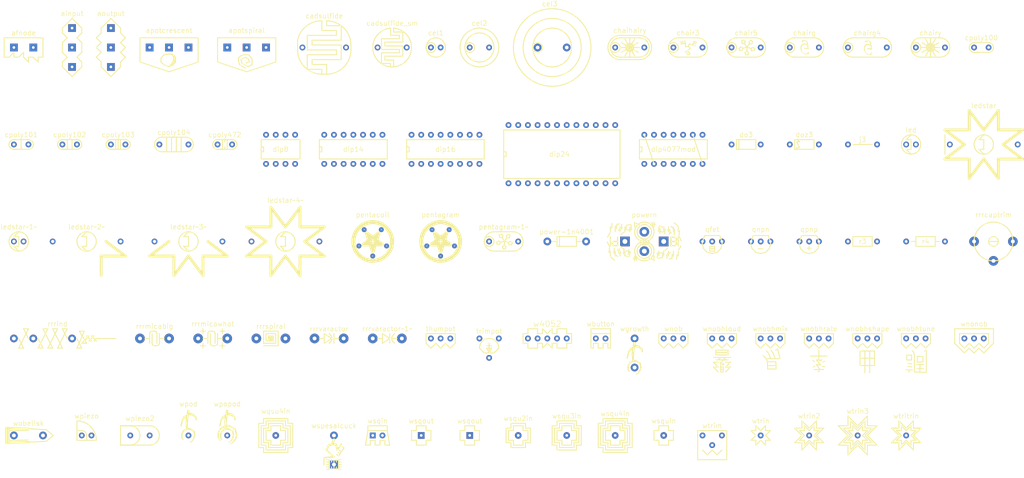
<source format=kicad_pcb>
(kicad_pcb (version 20240108) (generator "pcbnew") (generator_version "8.0")
  (layers (0 "F.Cu" signal) (31 "B.Cu" signal) (34 "B.Paste" user) (35 "F.Paste" user) (36 "B.SilkS" user "B.Silkscreen") (37 "F.SilkS" user "F.Silkscreen") (38 "B.Mask" user) (39 "F.Mask" user) (44 "Edge.Cuts" user))
  (net 0 "")
  (footprint "diy-nabra:wsqout" (layer "F.Cu") (at 137.16 127)
    (property "Reference" "REF**")
    (property "Value" "wsqout" (at 0 -3.81 0) (layer "F.SilkS") (effects (font (size 1.27 1.27))))
    (pad "1" thru_hole rect (at 0 0) (size 1.7526 1.7526) (drill 0.7112) (layers "*.Cu" "*.Mask"))
  )
  (footprint "diy-nabra:cpoly100" (layer "F.Cu") (at 269.24 25.4)
    (property "Reference" "REF**")
    (property "Value" "cpoly100" (at 1.905 -2.54 0) (layer "F.SilkS") (effects (font (size 1.27 1.27))))
    (pad "1" thru_hole circle (at 3.81 0) (size 1.524 1.524) (drill 0.7112) (layers "*.Cu" "*.Mask"))
    (pad "2" thru_hole circle (at 0 0) (size 1.524 1.524) (drill 0.7112) (layers "*.Cu" "*.Mask"))
  )
  (footprint "diy-nabra:cel1" (layer "F.Cu") (at 127 25.4)
    (property "Reference" "REF**")
    (property "Value" "cel1" (at 1.27 -3.81 0) (layer "F.SilkS") (effects (font (size 1.27 1.27))))
    (pad "1" thru_hole circle (at 2.54 0) (size 1.524 1.524) (drill 0.7112) (layers "*.Cu" "*.Mask"))
    (pad "2" thru_hole circle (at 0 0) (size 1.524 1.524) (drill 0.7112) (layers "*.Cu" "*.Mask"))
  )
  (footprint "diy-nabra:wsqu3in" (layer "F.Cu") (at 162.56 127)
    (property "Reference" "REF**")
    (property "Value" "wsqu3in" (at 0 -5.08 0) (layer "F.SilkS") (effects (font (size 1.27 1.27))))
    (pad "1" thru_hole circle (at 0 0) (size 1.7526 1.7526) (drill 0.7112) (layers "*.Cu" "*.Mask"))
  )
  (footprint "diy-nabra:dip14" (layer "F.Cu") (at 99.06 48.26)
    (property "Reference" "REF**")
    (property "Value" "dip14" (at 7.62 3.81 0) (layer "F.SilkS") (effects (font (size 1.27 1.27))))
    (pad "1" thru_hole circle (at 0 7.62) (size 1.524 1.524) (drill 0.7112) (layers "*.Cu" "*.Mask"))
    (pad "2" thru_hole circle (at 2.54 7.62) (size 1.524 1.524) (drill 0.7112) (layers "*.Cu" "*.Mask"))
    (pad "3" thru_hole circle (at 5.08 7.62) (size 1.524 1.524) (drill 0.7112) (layers "*.Cu" "*.Mask"))
    (pad "4" thru_hole circle (at 7.62 7.62) (size 1.524 1.524) (drill 0.7112) (layers "*.Cu" "*.Mask"))
    (pad "5" thru_hole circle (at 10.16 7.62) (size 1.524 1.524) (drill 0.7112) (layers "*.Cu" "*.Mask"))
    (pad "6" thru_hole circle (at 12.7 7.62) (size 1.524 1.524) (drill 0.7112) (layers "*.Cu" "*.Mask"))
    (pad "7" thru_hole circle (at 15.24 7.62) (size 1.524 1.524) (drill 0.7112) (layers "*.Cu" "*.Mask"))
    (pad "8" thru_hole circle (at 15.24 0) (size 1.524 1.524) (drill 0.7112) (layers "*.Cu" "*.Mask"))
    (pad "9" thru_hole circle (at 12.7 0) (size 1.524 1.524) (drill 0.7112) (layers "*.Cu" "*.Mask"))
    (pad "10" thru_hole circle (at 10.16 0) (size 1.524 1.524) (drill 0.7112) (layers "*.Cu" "*.Mask"))
    (pad "11" thru_hole circle (at 7.62 0) (size 1.524 1.524) (drill 0.7112) (layers "*.Cu" "*.Mask"))
    (pad "12" thru_hole circle (at 5.08 0) (size 1.524 1.524) (drill 0.7112) (layers "*.Cu" "*.Mask"))
    (pad "13" thru_hole circle (at 2.54 0) (size 1.524 1.524) (drill 0.7112) (layers "*.Cu" "*.Mask"))
    (pad "14" thru_hole circle (at 0 0) (size 1.524 1.524) (drill 0.7112) (layers "*.Cu" "*.Mask"))
  )
  (footprint "diy-nabra:wsquin" (layer "F.Cu") (at 187.96 127)
    (property "Reference" "REF**")
    (property "Value" "wsquin" (at 0 -3.81 0) (layer "F.SilkS") (effects (font (size 1.27 1.27))))
    (pad "1" thru_hole circle (at 0 0) (size 1.7526 1.7526) (drill 0.7112) (layers "*.Cu" "*.Mask"))
  )
  (footprint "diy-nabra:rrrspiral" (layer "F.Cu") (at 81.28 101.6)
    (property "Reference" "REF**")
    (property "Value" "rrrspiral" (at 3.81 -3.175 0) (layer "F.SilkS") (effects (font (size 1.27 1.27))))
    (pad "1" thru_hole oval (at 7.62 0) (size 2.54 2.54) (drill 1.016) (layers "*.Cu" "*.Mask"))
    (pad "2" thru_hole oval (at 0 0) (size 2.54 2.54) (drill 1.016) (layers "*.Cu" "*.Mask"))
  )
  (footprint "diy-nabra:cadsulfide_sm" (layer "F.Cu") (at 116.84 25.4)
    (property "Reference" "REF**")
    (property "Value" "cadsulfide_sm" (at 0 -6.35 0) (layer "F.SilkS") (effects (font (size 1.27 1.27))))
    (pad "1" thru_hole circle (at 3.81 0) (size 1.524 1.524) (drill 0.8128) (layers "*.Cu" "*.Mask"))
    (pad "2" thru_hole circle (at -3.81 0) (size 1.524 1.524) (drill 0.8128) (layers "*.Cu" "*.Mask"))
  )
  (footprint "diy-nabra:pentagram~1~" (layer "F.Cu") (at 142.24 76.2)
    (property "Reference" "REF**")
    (property "Value" "pentagram~1~" (at 3.81 -3.81 0) (layer "F.SilkS") (effects (font (size 1.27 1.27))))
    (pad "1" thru_hole circle (at 7.62 0) (size 1.524 1.524) (drill 0.7112) (layers "*.Cu" "*.Mask"))
    (pad "2" thru_hole circle (at 0 0) (size 1.524 1.524) (drill 0.7112) (layers "*.Cu" "*.Mask"))
  )
  (footprint "diy-nabra:cel2" (layer "F.Cu") (at 137.16 25.4)
    (property "Reference" "REF**")
    (property "Value" "cel2" (at 2.54 -6.35 0) (layer "F.SilkS") (effects (font (size 1.27 1.27))))
    (pad "1" thru_hole circle (at 5.08 0) (size 1.524 1.524) (drill 0.7112) (layers "*.Cu" "*.Mask"))
    (pad "2" thru_hole circle (at 0 0) (size 1.524 1.524) (drill 0.7112) (layers "*.Cu" "*.Mask"))
  )
  (footprint "diy-nabra:ledstar~1~" (layer "F.Cu") (at 17.78 76.2)
    (property "Reference" "REF**")
    (property "Value" "ledstar~1~" (at 1.27 -3.81 0) (layer "F.SilkS") (effects (font (size 1.27 1.27))))
    (pad "1" thru_hole circle (at 2.54 0) (size 1.524 1.524) (drill 0.8128) (layers "*.Cu" "*.Mask"))
    (pad "2" thru_hole circle (at 0 0) (size 1.524 1.524) (drill 0.8128) (layers "*.Cu" "*.Mask"))
  )
  (footprint "diy-nabra:wspesalcuck" (layer "F.Cu") (at 101.6 127)
    (property "Reference" "REF**")
    (property "Value" "wspesalcuck" (at 0 -2.54 0) (layer "F.SilkS") (effects (font (size 1.27 1.27))))
    (pad "1" thru_hole circle (at 0 0) (size 2.032 2.032) (drill 1.016) (layers "*.Cu" "*.Mask"))
    (pad "2" thru_hole rect (at 0 7.62) (size 2.032 2.032) (drill 1.016) (layers "*.Cu" "*.Mask"))
  )
  (footprint "diy-nabra:wsqu2in" (layer "F.Cu") (at 149.86 127)
    (property "Reference" "REF**")
    (property "Value" "wsqu2in" (at 0 -4.445 0) (layer "F.SilkS") (effects (font (size 1.27 1.27))))
    (pad "1" thru_hole circle (at 0 0) (size 1.7526 1.7526) (drill 0.7112) (layers "*.Cu" "*.Mask"))
  )
  (footprint "diy-nabra:rrrmicawhat" (layer "F.Cu") (at 66.04 101.6)
    (property "Reference" "REF**")
    (property "Value" "rrrmicawhat" (at 3.81 -3.81 0) (layer "F.SilkS") (effects (font (size 1.27 1.27))))
    (pad "1" thru_hole oval (at 7.62 0) (size 2.54 2.54) (drill 1.016) (layers "*.Cu" "*.Mask"))
    (pad "2" thru_hole oval (at 0 0) (size 2.54 2.54) (drill 1.016) (layers "*.Cu" "*.Mask"))
  )
  (footprint "diy-nabra:wpiezo" (layer "F.Cu") (at 35.56 127)
    (property "Reference" "REF**")
    (property "Value" "wpiezo" (at 1.27 -5.08 0) (layer "F.SilkS") (effects (font (size 1.27 1.27))))
    (pad "1" thru_hole circle (at 2.54 0) (size 1.524 1.524) (drill 0.7112) (layers "*.Cu" "*.Mask"))
    (pad "2" thru_hole circle (at 0 0) (size 1.524 1.524) (drill 0.7112) (layers "*.Cu" "*.Mask"))
  )
  (footprint "diy-nabra:apotcrescent" (layer "F.Cu") (at 58.42 29.21)
    (property "Reference" "REF**")
    (property "Value" "apotcrescent" (at 0 -8.255 0) (layer "F.SilkS") (effects (font (size 1.27 1.27))))
    (pad "1" thru_hole rect (at 5.08 -3.81) (size 2.032 2.032) (drill 0.7112) (layers "*.Cu" "*.Mask"))
    (pad "2" thru_hole rect (at 0 -3.81) (size 2.032 2.032) (drill 0.7112) (layers "*.Cu" "*.Mask"))
    (pad "3" thru_hole rect (at -5.08 -3.81) (size 2.032 2.032) (drill 0.7112) (layers "*.Cu" "*.Mask"))
  )
  (footprint "diy-nabra:ledstar~3~" (layer "F.Cu") (at 63.5 76.2)
    (property "Reference" "REF**")
    (property "Value" "ledstar~3~" (at 0 -3.81 0) (layer "F.SilkS") (effects (font (size 1.27 1.27))))
    (pad "1" thru_hole circle (at 8.89 0) (size 1.524 1.524) (drill 0.8128) (layers "*.Cu" "*.Mask"))
    (pad "2" thru_hole circle (at -8.89 0) (size 1.524 1.524) (drill 0.8128) (layers "*.Cu" "*.Mask"))
  )
  (footprint "diy-nabra:rrrvaractor" (layer "F.Cu") (at 96.52 101.6)
    (property "Reference" "REF**")
    (property "Value" "rrrvaractor" (at 3.81 -2.54 0) (layer "F.SilkS") (effects (font (size 1.27 1.27))))
    (pad "1" thru_hole oval (at 0 0) (size 2.54 2.54) (drill 1.016) (layers "*.Cu" "*.Mask"))
    (pad "2" thru_hole oval (at 7.62 0) (size 2.54 2.54) (drill 1.016) (layers "*.Cu" "*.Mask"))
  )
  (footprint "diy-nabra:wtrin" (layer "F.Cu") (at 213.36 127)
    (property "Reference" "REF**")
    (property "Value" "wtrin" (at 0 -3.81 0) (layer "F.SilkS") (effects (font (size 1.27 1.27))))
    (pad "1" thru_hole circle (at 0 0) (size 1.524 1.524) (drill 0.7112) (layers "*.Cu" "*.Mask"))
  )
  (footprint "diy-nabra:ledstar~4~" (layer "F.Cu") (at 88.9 76.2)
    (property "Reference" "REF**")
    (property "Value" "ledstar~4~" (at 0 -10.795 0) (layer "F.SilkS") (effects (font (size 1.27 1.27))))
    (pad "1" thru_hole circle (at 8.89 0) (size 1.524 1.524) (drill 0.8128) (layers "*.Cu" "*.Mask"))
    (pad "2" thru_hole circle (at -8.89 0) (size 1.524 1.524) (drill 0.8128) (layers "*.Cu" "*.Mask"))
  )
  (footprint "diy-nabra:wsqin" (layer "F.Cu") (at 111.76 127)
    (property "Reference" "REF**")
    (property "Value" "wsqin" (at 1.27 -3.81 0) (layer "F.SilkS") (effects (font (size 1.27 1.27))))
    (pad "1" thru_hole circle (at 2.54 0) (size 1.524 1.524) (drill 0.7112) (layers "*.Cu" "*.Mask"))
    (pad "2" thru_hole rect (at 0 0) (size 1.524 1.524) (drill 0.7112) (layers "*.Cu" "*.Mask"))
  )
  (footprint "diy-nabra:wpiezo2" (layer "F.Cu") (at 48.26 127)
    (property "Reference" "REF**")
    (property "Value" "wpiezo2" (at 2.54 -4.445 0) (layer "F.SilkS") (effects (font (size 1.27 1.27))))
    (pad "1" thru_hole circle (at 5.08 0) (size 1.524 1.524) (drill 0.7112) (layers "*.Cu" "*.Mask"))
    (pad "2" thru_hole circle (at 0 0) (size 1.524 1.524) (drill 0.7112) (layers "*.Cu" "*.Mask"))
  )
  (footprint "diy-nabra:qnpn" (layer "F.Cu") (at 213.36 76.2)
    (property "Reference" "REF**")
    (property "Value" "qnpn" (at 0 -3.175 0) (layer "F.SilkS") (effects (font (size 1.27 1.27))))
    (pad "1" thru_hole circle (at 2.54 0) (size 1.524 1.524) (drill 0.7112) (layers "*.Cu" "*.Mask"))
    (pad "2" thru_hole circle (at 0 0) (size 1.524 1.524) (drill 0.7112) (layers "*.Cu" "*.Mask"))
    (pad "3" thru_hole circle (at -2.54 0) (size 1.524 1.524) (drill 0.7112) (layers "*.Cu" "*.Mask"))
  )
  (footprint "diy-nabra:wpod" (layer "F.Cu") (at 63.5 127)
    (property "Reference" "REF**")
    (property "Value" "wpod" (at 0 -8.255 0) (layer "F.SilkS") (effects (font (size 1.27 1.27))))
    (pad "1" thru_hole circle (at 0 0) (size 1.524 1.524) (drill 0.7112) (layers "*.Cu" "*.Mask"))
  )
  (footprint "diy-nabra:cpoly102" (layer "F.Cu") (at 30.48 50.8)
    (property "Reference" "REF**")
    (property "Value" "cpoly102" (at 1.905 -2.54 0) (layer "F.SilkS") (effects (font (size 1.27 1.27))))
    (pad "1" thru_hole circle (at 3.81 0) (size 1.524 1.524) (drill 0.7112) (layers "*.Cu" "*.Mask"))
    (pad "2" thru_hole circle (at 0 0) (size 1.524 1.524) (drill 0.7112) (layers "*.Cu" "*.Mask"))
  )
  (footprint "diy-nabra:cpoly103" (layer "F.Cu") (at 43.18 50.8)
    (property "Reference" "REF**")
    (property "Value" "cpoly103" (at 1.905 -2.54 0) (layer "F.SilkS") (effects (font (size 1.27 1.27))))
    (pad "1" thru_hole circle (at 3.81 0) (size 1.524 1.524) (drill 0.7112) (layers "*.Cu" "*.Mask"))
    (pad "2" thru_hole circle (at 0 0) (size 1.524 1.524) (drill 0.7112) (layers "*.Cu" "*.Mask"))
  )
  (footprint "diy-nabra:thumpot" (layer "F.Cu") (at 127 101.6)
    (property "Reference" "REF**")
    (property "Value" "thumpot" (at 2.54 -2.54 0) (layer "F.SilkS") (effects (font (size 1.27 1.27))))
    (pad "1" thru_hole circle (at 0 0) (size 1.524 1.524) (drill 0.7112) (layers "*.Cu" "*.Mask"))
    (pad "2" thru_hole circle (at 2.54 0) (size 1.524 1.524) (drill 0.7112) (layers "*.Cu" "*.Mask"))
    (pad "3" thru_hole circle (at 5.08 0) (size 1.524 1.524) (drill 0.7112) (layers "*.Cu" "*.Mask"))
  )
  (footprint "diy-nabra:wnobhtune" (layer "F.Cu") (at 251.46 101.6)
    (property "Reference" "REF**")
    (property "Value" "wnobhtune" (at 2.54 -2.54 0) (layer "F.SilkS") (effects (font (size 1.27 1.27))))
    (pad "1" thru_hole circle (at 5.08 0) (size 1.524 1.524) (drill 0.7112) (layers "*.Cu" "*.Mask"))
    (pad "2" thru_hole circle (at 2.54 0) (size 1.524 1.524) (drill 0.7112) (layers "*.Cu" "*.Mask"))
    (pad "3" thru_hole circle (at 0 0) (size 1.524 1.524) (drill 0.7112) (layers "*.Cu" "*.Mask"))
  )
  (footprint "diy-nabra:cel3" (layer "F.Cu") (at 154.94 25.4)
    (property "Reference" "REF**")
    (property "Value" "cel3" (at 3.175 -11.43 0) (layer "F.SilkS") (effects (font (size 1.27 1.27))))
    (pad "1" thru_hole circle (at 7.62 0) (size 2.032 2.032) (drill 0.9652) (layers "*.Cu" "*.Mask"))
    (pad "2" thru_hole circle (at 0 0) (size 2.032 2.032) (drill 0.9652) (layers "*.Cu" "*.Mask"))
  )
  (footprint "diy-nabra:chaihairy" (layer "F.Cu") (at 175.26 25.4)
    (property "Reference" "REF**")
    (property "Value" "chaihairy" (at 3.81 -4.445 0) (layer "F.SilkS") (effects (font (size 1.27 1.27))))
    (pad "1" thru_hole circle (at 7.62 0) (size 1.524 1.524) (drill 0.7112) (layers "*.Cu" "*.Mask"))
    (pad "2" thru_hole circle (at 0 0) (size 1.524 1.524) (drill 0.7112) (layers "*.Cu" "*.Mask"))
  )
  (footprint "diy-nabra:qfet" (layer "F.Cu") (at 200.66 76.2)
    (property "Reference" "REF**")
    (property "Value" "qfet" (at 0 -3.175 0) (layer "F.SilkS") (effects (font (size 1.27 1.27))))
    (pad "1" thru_hole circle (at 2.54 0) (size 1.524 1.524) (drill 0.7112) (layers "*.Cu" "*.Mask"))
    (pad "2" thru_hole circle (at 0 0) (size 1.524 1.524) (drill 0.7112) (layers "*.Cu" "*.Mask"))
    (pad "3" thru_hole circle (at -2.54 0) (size 1.524 1.524) (drill 0.7112) (layers "*.Cu" "*.Mask"))
  )
  (footprint "diy-nabra:chairg4" (layer "F.Cu") (at 236.22 25.4)
    (property "Reference" "REF**")
    (property "Value" "chairg4" (at 5.08 -3.81 0) (layer "F.SilkS") (effects (font (size 1.27 1.27))))
    (pad "1" thru_hole circle (at 10.16 0) (size 1.524 1.524) (drill 0.7112) (layers "*.Cu" "*.Mask"))
    (pad "2" thru_hole circle (at 0 0) (size 1.524 1.524) (drill 0.7112) (layers "*.Cu" "*.Mask"))
  )
  (footprint "diy-nabra:ainput" (layer "F.Cu") (at 33.02 27.94)
    (property "Reference" "REF**")
    (property "Value" "ainput" (at 0 -11.43 0) (layer "F.SilkS") (effects (font (size 1.27 1.27))))
    (pad "1" thru_hole rect (at 0 -7.62) (size 2.032 2.032) (drill 0.7112) (layers "*.Cu" "*.Mask"))
    (pad "2" thru_hole rect (at 0 2.54) (size 2.032 2.032) (drill 0.7112) (layers "*.Cu" "*.Mask"))
    (pad "3" thru_hole rect (at 0 -2.54) (size 2.032 2.032) (drill 0.7112) (layers "*.Cu" "*.Mask"))
  )
  (footprint "diy-nabra:ledstar" (layer "F.Cu") (at 271.78 50.8)
    (property "Reference" "REF**")
    (property "Value" "ledstar" (at 0 -10.16 0) (layer "F.SilkS") (effects (font (size 1.27 1.27))))
    (pad "1" thru_hole circle (at 8.89 0) (size 1.524 1.524) (drill 0.8128) (layers "*.Cu" "*.Mask"))
    (pad "2" thru_hole circle (at -8.89 0) (size 1.524 1.524) (drill 0.8128) (layers "*.Cu" "*.Mask"))
  )
  (footprint "diy-nabra:wtrin3" (layer "F.Cu") (at 238.76 127)
    (property "Reference" "REF**")
    (property "Value" "wtrin3" (at 0 -6.35 0) (layer "F.SilkS") (effects (font (size 1.27 1.27))))
    (pad "1" thru_hole circle (at 0 0) (size 1.524 1.524) (drill 0.7112) (layers "*.Cu" "*.Mask"))
  )
  (footprint "diy-nabra:apotspiral" (layer "F.Cu") (at 78.74 29.21)
    (property "Reference" "REF**")
    (property "Value" "apotspiral" (at 0 -8.255 0) (layer "F.SilkS") (effects (font (size 1.27 1.27))))
    (pad "1" thru_hole rect (at 5.08 -3.81) (size 2.032 2.032) (drill 0.7112) (layers "*.Cu" "*.Mask"))
    (pad "2" thru_hole rect (at 0 -3.81) (size 2.032 2.032) (drill 0.7112) (layers "*.Cu" "*.Mask"))
    (pad "3" thru_hole rect (at -5.08 -3.81) (size 2.032 2.032) (drill 0.7112) (layers "*.Cu" "*.Mask"))
  )
  (footprint "diy-nabra:dip8" (layer "F.Cu") (at 83.82 48.26)
    (property "Reference" "REF**")
    (property "Value" "dip8" (at 3.81 3.81 0) (layer "F.SilkS") (effects (font (size 1.27 1.27))))
    (pad "1" thru_hole circle (at 0 7.62) (size 1.524 1.524) (drill 0.7112) (layers "*.Cu" "*.Mask"))
    (pad "2" thru_hole circle (at 2.54 7.62) (size 1.524 1.524) (drill 0.7112) (layers "*.Cu" "*.Mask"))
    (pad "3" thru_hole circle (at 5.08 7.62) (size 1.524 1.524) (drill 0.7112) (layers "*.Cu" "*.Mask"))
    (pad "4" thru_hole circle (at 7.62 7.62) (size 1.524 1.524) (drill 0.7112) (layers "*.Cu" "*.Mask"))
    (pad "5" thru_hole circle (at 7.62 0) (size 1.524 1.524) (drill 0.7112) (layers "*.Cu" "*.Mask"))
    (pad "6" thru_hole circle (at 5.08 0) (size 1.524 1.524) (drill 0.7112) (layers "*.Cu" "*.Mask"))
    (pad "7" thru_hole circle (at 2.54 0) (size 1.524 1.524) (drill 0.7112) (layers "*.Cu" "*.Mask"))
    (pad "8" thru_hole circle (at 0 0) (size 1.524 1.524) (drill 0.7112) (layers "*.Cu" "*.Mask"))
  )
  (footprint "diy-nabra:aoutput" (layer "F.Cu") (at 43.18 27.94)
    (property "Reference" "REF**")
    (property "Value" "aoutput" (at 0 -11.43 0) (layer "F.SilkS") (effects (font (size 1.27 1.27))))
    (pad "1" thru_hole rect (at 0 -7.62) (size 2.032 2.032) (drill 0.7112) (layers "*.Cu" "*.Mask"))
    (pad "2" thru_hole rect (at 0 2.54) (size 2.032 2.032) (drill 0.7112) (layers "*.Cu" "*.Mask"))
    (pad "3" thru_hole rect (at 0 -2.54) (size 2.032 2.032) (drill 0.7112) (layers "*.Cu" "*.Mask"))
  )
  (footprint "diy-nabra:power-1n4001" (layer "F.Cu") (at 157.48 76.2)
    (property "Reference" "REF**")
    (property "Value" "power-1n4001" (at 5.08 -2.54 0) (layer "F.SilkS") (effects (font (size 1.27 1.27))))
    (pad "1" thru_hole circle (at 0 0) (size 2.032 2.032) (drill 0.9652) (layers "*.Cu" "*.Mask"))
    (pad "2" thru_hole circle (at 10.16 0) (size 2.032 2.032) (drill 0.9652) (layers "*.Cu" "*.Mask"))
  )
  (footprint "diy-nabra:wqsu4in" (layer "F.Cu") (at 86.36 127)
    (property "Reference" "REF**")
    (property "Value" "wqsu4in" (at 0 -6.35 0) (layer "F.SilkS") (effects (font (size 1.27 1.27))))
    (pad "1" thru_hole circle (at 0 0) (size 1.7526 1.7526) (drill 0.7112) (layers "*.Cu" "*.Mask"))
  )
  (footprint "diy-nabra:wtritrin" (layer "F.Cu") (at 251.46 127)
    (property "Reference" "REF**")
    (property "Value" "wtritrin" (at 0 -5.08 0) (layer "F.SilkS") (effects (font (size 1.27 1.27))))
    (pad "1" thru_hole circle (at 0 0) (size 1.524 1.524) (drill 0.7112) (layers "*.Cu" "*.Mask"))
  )
  (footprint "diy-nabra:wnobhrate" (layer "F.Cu") (at 226.06 101.6)
    (property "Reference" "REF**")
    (property "Value" "wnobhrate" (at 2.54 -2.54 0) (layer "F.SilkS") (effects (font (size 1.27 1.27))))
    (pad "1" thru_hole circle (at 5.08 0) (size 1.524 1.524) (drill 0.7112) (layers "*.Cu" "*.Mask"))
    (pad "2" thru_hole circle (at 2.54 0) (size 1.524 1.524) (drill 0.7112) (layers "*.Cu" "*.Mask"))
    (pad "3" thru_hole circle (at 0 0) (size 1.524 1.524) (drill 0.7112) (layers "*.Cu" "*.Mask"))
  )
  (footprint "diy-nabra:dip24" (layer "F.Cu") (at 147.32 45.72)
    (property "Reference" "REF**")
    (property "Value" "dip24" (at 13.335 7.62 0) (layer "F.SilkS") (effects (font (size 1.27 1.27))))
    (pad "1" thru_hole circle (at 0 15.24) (size 1.524 1.524) (drill 0.7112) (layers "*.Cu" "*.Mask"))
    (pad "2" thru_hole circle (at 2.54 15.24) (size 1.524 1.524) (drill 0.7112) (layers "*.Cu" "*.Mask"))
    (pad "3" thru_hole circle (at 5.08 15.24) (size 1.524 1.524) (drill 0.7112) (layers "*.Cu" "*.Mask"))
    (pad "4" thru_hole circle (at 7.62 15.24) (size 1.524 1.524) (drill 0.7112) (layers "*.Cu" "*.Mask"))
    (pad "5" thru_hole circle (at 10.16 15.24) (size 1.524 1.524) (drill 0.7112) (layers "*.Cu" "*.Mask"))
    (pad "6" thru_hole circle (at 12.7 15.24) (size 1.524 1.524) (drill 0.7112) (layers "*.Cu" "*.Mask"))
    (pad "7" thru_hole circle (at 15.24 15.24) (size 1.524 1.524) (drill 0.7112) (layers "*.Cu" "*.Mask"))
    (pad "8" thru_hole circle (at 17.78 15.24) (size 1.524 1.524) (drill 0.7112) (layers "*.Cu" "*.Mask"))
    (pad "9" thru_hole circle (at 20.32 15.24) (size 1.524 1.524) (drill 0.7112) (layers "*.Cu" "*.Mask"))
    (pad "10" thru_hole circle (at 22.86 15.24) (size 1.524 1.524) (drill 0.7112) (layers "*.Cu" "*.Mask"))
    (pad "11" thru_hole circle (at 25.4 15.24) (size 1.524 1.524) (drill 0.7112) (layers "*.Cu" "*.Mask"))
    (pad "12" thru_hole circle (at 27.94 15.24) (size 1.524 1.524) (drill 0.7112) (layers "*.Cu" "*.Mask"))
    (pad "13" thru_hole circle (at 27.94 0) (size 1.524 1.524) (drill 0.7112) (layers "*.Cu" "*.Mask"))
    (pad "14" thru_hole circle (at 25.4 0) (size 1.524 1.524) (drill 0.7112) (layers "*.Cu" "*.Mask"))
    (pad "15" thru_hole circle (at 22.86 0) (size 1.524 1.524) (drill 0.7112) (layers "*.Cu" "*.Mask"))
    (pad "16" thru_hole circle (at 20.32 0) (size 1.524 1.524) (drill 0.7112) (layers "*.Cu" "*.Mask"))
    (pad "17" thru_hole circle (at 17.78 0) (size 1.524 1.524) (drill 0.7112) (layers "*.Cu" "*.Mask"))
    (pad "18" thru_hole circle (at 15.24 0) (size 1.524 1.524) (drill 0.7112) (layers "*.Cu" "*.Mask"))
    (pad "19" thru_hole circle (at 12.7 0) (size 1.524 1.524) (drill 0.7112) (layers "*.Cu" "*.Mask"))
    (pad "20" thru_hole circle (at 10.16 0) (size 1.524 1.524) (drill 0.7112) (layers "*.Cu" "*.Mask"))
    (pad "21" thru_hole circle (at 7.62 0) (size 1.524 1.524) (drill 0.7112) (layers "*.Cu" "*.Mask"))
    (pad "22" thru_hole circle (at 5.08 0) (size 1.524 1.524) (drill 0.7112) (layers "*.Cu" "*.Mask"))
    (pad "23" thru_hole circle (at 2.54 0) (size 1.524 1.524) (drill 0.7112) (layers "*.Cu" "*.Mask"))
    (pad "24" thru_hole circle (at 0 0) (size 1.524 1.524) (drill 0.7112) (layers "*.Cu" "*.Mask"))
  )
  (footprint "diy-nabra:pentacoil" (layer "F.Cu") (at 111.76 76.2)
    (property "Reference" "REF**")
    (property "Value" "pentacoil" (at 0 -6.985 0) (layer "F.SilkS") (effects (font (size 1.27 1.27))))
    (pad "1" thru_hole circle (at 0 3.81) (size 1.27 1.27) (drill 0.254) (layers "*.Cu" "*.Mask"))
    (pad "2" thru_hole circle (at 3.62352 1.17736) (size 1.27 1.27) (drill 0.254) (layers "*.Cu" "*.Mask"))
    (pad "3" thru_hole circle (at -3.62353 1.17735) (size 1.27 1.27) (drill 0.254) (layers "*.Cu" "*.Mask"))
    (pad "4" thru_hole circle (at -2.23946 -3.08236) (size 1.27 1.27) (drill 0.254) (layers "*.Cu" "*.Mask"))
    (pad "5" thru_hole circle (at 2.23947 -3.08235) (size 1.27 1.27) (drill 0.254) (layers "*.Cu" "*.Mask"))
  )
  (footprint "diy-nabra:wobelisk" (layer "F.Cu") (at 17.78 127)
    (property "Reference" "REF**")
    (property "Value" "wobelisk" (at 3.81 -3.175 0) (layer "F.SilkS") (effects (font (size 1.27 1.27))))
    (pad "1" thru_hole circle (at 7.62 0) (size 2.032 2.032) (drill 1.016) (layers "*.Cu" "*.Mask"))
    (pad "2" thru_hole circle (at 0 0) (size 2.032 2.032) (drill 1.016) (layers "*.Cu" "*.Mask"))
  )
  (footprint "diy-nabra:rrrcaptrim" (layer "F.Cu") (at 269.24 76.2)
    (property "Reference" "REF**")
    (property "Value" "rrrcaptrim" (at 5.08 -6.985 0) (layer "F.SilkS") (effects (font (size 1.27 1.27))))
    (pad "1" thru_hole circle (at 0 0) (size 2.54 2.54) (drill 1.016) (layers "*.Cu" "*.Mask"))
    (pad "2" thru_hole circle (at 5.08 5.08) (size 2.54 2.54) (drill 1.016) (layers "*.Cu" "*.Mask"))
    (pad "3" thru_hole circle (at 10.16 0) (size 2.54 2.54) (drill 1.016) (layers "*.Cu" "*.Mask"))
  )
  (footprint "diy-nabra:wnobhshape" (layer "F.Cu") (at 238.76 101.6)
    (property "Reference" "REF**")
    (property "Value" "wnobhshape" (at 2.54 -2.54 0) (layer "F.SilkS") (effects (font (size 1.27 1.27))))
    (pad "1" thru_hole circle (at 5.08 0) (size 1.524 1.524) (drill 0.7112) (layers "*.Cu" "*.Mask"))
    (pad "2" thru_hole circle (at 2.54 0) (size 1.524 1.524) (drill 0.7112) (layers "*.Cu" "*.Mask"))
    (pad "3" thru_hole circle (at 0 0) (size 1.524 1.524) (drill 0.7112) (layers "*.Cu" "*.Mask"))
  )
  (footprint "diy-nabra:rrrind" (layer "F.Cu") (at 17.78 101.6)
    (property "Reference" "REF**")
    (property "Value" "rrrind" (at 11.43 -3.81 0) (layer "F.SilkS") (effects (font (size 1.27 1.27))))
    (pad "1" thru_hole oval (at 15.24 0) (size 2.032 2.032) (drill 1.016) (layers "*.Cu" "*.Mask"))
    (pad "2" thru_hole oval (at 0 0) (size 2.032 2.032) (drill 1.016) (layers "*.Cu" "*.Mask"))
    (pad "3" thru_hole oval (at 5.08 0) (size 2.032 2.032) (drill 1.016) (layers "*.Cu" "*.Mask"))
  )
  (footprint "diy-nabra:r3" (layer "F.Cu") (at 236.22 76.2)
    (property "Reference" "REF**")
    (property "Value" "r3" (at 3.81 0 0) (layer "F.SilkS") (effects (font (size 1.27 1.27))))
    (pad "1" thru_hole circle (at 7.62 0) (size 1.524 1.524) (drill 0.7112) (layers "*.Cu" "*.Mask"))
    (pad "2" thru_hole circle (at 0 0) (size 1.524 1.524) (drill 0.7112) (layers "*.Cu" "*.Mask"))
  )
  (footprint "diy-nabra:r4" (layer "F.Cu") (at 251.46 76.2)
    (property "Reference" "REF**")
    (property "Value" "r4" (at 5.08 0 0) (layer "F.SilkS") (effects (font (size 1.27 1.27))))
    (pad "1" thru_hole circle (at 10.16 0) (size 1.524 1.524) (drill 0.7112) (layers "*.Cu" "*.Mask"))
    (pad "2" thru_hole circle (at 0 0) (size 1.524 1.524) (drill 0.7112) (layers "*.Cu" "*.Mask"))
  )
  (footprint "diy-nabra:qpnp" (layer "F.Cu") (at 226.06 76.2)
    (property "Reference" "REF**")
    (property "Value" "qpnp" (at 0 -3.175 0) (layer "F.SilkS") (effects (font (size 1.27 1.27))))
    (pad "1" thru_hole circle (at 2.54 0) (size 1.524 1.524) (drill 0.7112) (layers "*.Cu" "*.Mask"))
    (pad "2" thru_hole circle (at 0 0) (size 1.524 1.524) (drill 0.7112) (layers "*.Cu" "*.Mask"))
    (pad "3" thru_hole circle (at -2.54 0) (size 1.524 1.524) (drill 0.7112) (layers "*.Cu" "*.Mask"))
  )
  (footprint "diy-nabra:j3" (layer "F.Cu") (at 236.22 50.8)
    (property "Reference" "REF**")
    (property "Value" "j3" (at 3.81 -1.27 0) (layer "F.SilkS") (effects (font (size 1.27 1.27))))
    (pad "1" thru_hole circle (at 7.62 0) (size 1.524 1.524) (drill 0.7112) (layers "*.Cu" "*.Mask"))
    (pad "2" thru_hole circle (at 0 0) (size 1.524 1.524) (drill 0.7112) (layers "*.Cu" "*.Mask"))
  )
  (footprint "diy-nabra:do3" (layer "F.Cu") (at 205.74 50.8)
    (property "Reference" "REF**")
    (property "Value" "do3" (at 3.81 -2.54 0) (layer "F.SilkS") (effects (font (size 1.27 1.27))))
    (pad "1" thru_hole circle (at 0 0) (size 1.524 1.524) (drill 0.7112) (layers "*.Cu" "*.Mask"))
    (pad "2" thru_hole circle (at 7.62 0) (size 1.524 1.524) (drill 0.7112) (layers "*.Cu" "*.Mask"))
  )
  (footprint "diy-nabra:wtrin2" (layer "F.Cu") (at 226.06 127)
    (property "Reference" "REF**")
    (property "Value" "wtrin2" (at 0 -5.08 0) (layer "F.SilkS") (effects (font (size 1.27 1.27))))
    (pad "1" thru_hole circle (at 0 0) (size 1.524 1.524) (drill 0.7112) (layers "*.Cu" "*.Mask"))
  )
  (footprint "diy-nabra:trimpot" (layer "F.Cu") (at 139.7 101.6)
    (property "Reference" "REF**")
    (property "Value" "trimpot" (at 2.54 -1.905 0) (layer "F.SilkS") (effects (font (size 1.27 1.27))))
    (pad "1" thru_hole circle (at 0 0) (size 1.524 1.524) (drill 0.7112) (layers "*.Cu" "*.Mask"))
    (pad "2" thru_hole circle (at 2.54 5.08) (size 1.524 1.524) (drill 0.7112) (layers "*.Cu" "*.Mask"))
    (pad "3" thru_hole circle (at 5.08 0) (size 1.524 1.524) (drill 0.7112) (layers "*.Cu" "*.Mask"))
  )
  (footprint "diy-nabra:wgrowth" (layer "F.Cu") (at 180.34 101.6)
    (property "Reference" "REF**")
    (property "Value" "wgrowth" (at 0 -2.54 0) (layer "F.SilkS") (effects (font (size 1.27 1.27))))
    (pad "1" thru_hole circle (at 0 0) (size 2.032 2.032) (drill 1.016) (layers "*.Cu" "*.Mask"))
    (pad "2" thru_hole circle (at 0 7.62) (size 2.032 2.032) (drill 1.016) (layers "*.Cu" "*.Mask"))
  )
  (footprint "diy-nabra:led" (layer "F.Cu") (at 251.46 50.8)
    (property "Reference" "REF**")
    (property "Value" "led" (at 1.27 -3.81 0) (layer "F.SilkS") (effects (font (size 1.27 1.27))))
    (pad "1" thru_hole circle (at 2.54 0) (size 1.524 1.524) (drill 0.8128) (layers "*.Cu" "*.Mask"))
    (pad "2" thru_hole circle (at 0 0) (size 1.524 1.524) (drill 0.8128) (layers "*.Cu" "*.Mask"))
  )
  (footprint "diy-nabra:ledstar~2~" (layer "F.Cu") (at 36.83 76.2)
    (property "Reference" "REF**")
    (property "Value" "ledstar~2~" (at 0 -3.81 0) (layer "F.SilkS") (effects (font (size 1.27 1.27))))
    (pad "1" thru_hole circle (at 8.89 0) (size 1.524 1.524) (drill 0.8128) (layers "*.Cu" "*.Mask"))
    (pad "2" thru_hole circle (at -8.89 0) (size 1.524 1.524) (drill 0.8128) (layers "*.Cu" "*.Mask"))
  )
  (footprint "diy-nabra:cpoly101" (layer "F.Cu") (at 17.78 50.8)
    (property "Reference" "REF**")
    (property "Value" "cpoly101" (at 1.905 -2.54 0) (layer "F.SilkS") (effects (font (size 1.27 1.27))))
    (pad "1" thru_hole circle (at 3.81 0) (size 1.524 1.524) (drill 0.7112) (layers "*.Cu" "*.Mask"))
    (pad "2" thru_hole circle (at 0 0) (size 1.524 1.524) (drill 0.7112) (layers "*.Cu" "*.Mask"))
  )
  (footprint "diy-nabra:rrrvaractor~1~" (layer "F.Cu") (at 111.76 101.6)
    (property "Reference" "REF**")
    (property "Value" "rrrvaractor~1~" (at 3.81 -2.54 0) (layer "F.SilkS") (effects (font (size 1.27 1.27))))
    (pad "1" thru_hole oval (at 0 0) (size 2.54 2.54) (drill 1.016) (layers "*.Cu" "*.Mask"))
    (pad "2" thru_hole oval (at 7.62 0) (size 2.54 2.54) (drill 1.016) (layers "*.Cu" "*.Mask"))
  )
  (footprint "diy-nabra:wnonob" (layer "F.Cu") (at 266.7 101.6)
    (property "Reference" "REF**")
    (property "Value" "wnonob" (at 2.54 -3.81 0) (layer "F.SilkS") (effects (font (size 1.27 1.27))))
    (pad "1" thru_hole circle (at 5.08 0) (size 1.524 1.524) (drill 0.7112) (layers "*.Cu" "*.Mask"))
    (pad "2" thru_hole circle (at 2.54 0) (size 1.524 1.524) (drill 0.7112) (layers "*.Cu" "*.Mask"))
    (pad "3" thru_hole circle (at 0 0) (size 1.524 1.524) (drill 0.7112) (layers "*.Cu" "*.Mask"))
  )
  (footprint "diy-nabra:wsqu4in" (layer "F.Cu") (at 175.26 127)
    (property "Reference" "REF**")
    (property "Value" "wsqu4in" (at 0 -5.715 0) (layer "F.SilkS") (effects (font (size 1.27 1.27))))
    (pad "1" thru_hole circle (at 0 0) (size 1.7526 1.7526) (drill 0.7112) (layers "*.Cu" "*.Mask"))
  )
  (footprint "diy-nabra:wtrim" (layer "F.Cu") (at 198.12 127)
    (property "Reference" "REF**")
    (property "Value" "wtrim" (at 2.54 -2.54 0) (layer "F.SilkS") (effects (font (size 1.27 1.27))))
    (pad "1" thru_hole circle (at 0 0) (size 1.524 1.524) (drill 0.7112) (layers "*.Cu" "*.Mask"))
    (pad "2" thru_hole circle (at 2.54 2.54) (size 1.524 1.524) (drill 0.7112) (layers "*.Cu" "*.Mask"))
    (pad "3" thru_hole circle (at 5.08 0) (size 1.524 1.524) (drill 0.7112) (layers "*.Cu" "*.Mask"))
  )
  (footprint "diy-nabra:chairy" (layer "F.Cu") (at 254 25.4)
    (property "Reference" "REF**")
    (property "Value" "chairy" (at 3.81 -3.81 0) (layer "F.SilkS") (effects (font (size 1.27 1.27))))
    (pad "1" thru_hole circle (at 7.62 0) (size 1.524 1.524) (drill 0.7112) (layers "*.Cu" "*.Mask"))
    (pad "2" thru_hole circle (at 0 0) (size 1.524 1.524) (drill 0.7112) (layers "*.Cu" "*.Mask"))
  )
  (footprint "diy-nabra:wsqout" (layer "F.Cu") (at 124.46 127)
    (property "Reference" "REF**")
    (property "Value" "wsqout" (at 0 -3.81 0) (layer "F.SilkS") (effects (font (size 1.27 1.27))))
    (pad "1" thru_hole rect (at 0 0) (size 1.7526 1.7526) (drill 0.7112) (layers "*.Cu" "*.Mask"))
  )
  (footprint "diy-nabra:w4052" (layer "F.Cu") (at 157.48 101.6)
    (property "Reference" "REF**")
    (property "Value" "w4052" (at 0 -3.81 0) (layer "F.SilkS") (effects (font (size 1.524 1.524))))
    (pad "1" thru_hole circle (at 0 0) (size 1.524 1.524) (drill 0.7112) (layers "*.Cu" "*.Mask"))
    (pad "2" thru_hole circle (at 2.54 0) (size 1.524 1.524) (drill 0.7112) (layers "*.Cu" "*.Mask"))
    (pad "3" thru_hole circle (at 5.08 0) (size 1.524 1.524) (drill 0.7112) (layers "*.Cu" "*.Mask"))
    (pad "4" thru_hole circle (at -2.54 0) (size 1.524 1.524) (drill 0.7112) (layers "*.Cu" "*.Mask"))
    (pad "5" thru_hole circle (at -5.08 0) (size 1.524 1.524) (drill 0.7112) (layers "*.Cu" "*.Mask"))
  )
  (footprint "diy-nabra:rrrmicabig" (layer "F.Cu") (at 50.8 101.6)
    (property "Reference" "REF**")
    (property "Value" "rrrmicabig" (at 3.81 -3.175 0) (layer "F.SilkS") (effects (font (size 1.27 1.27))))
    (pad "1" thru_hole oval (at 7.62 0) (size 2.54 2.54) (drill 1.016) (layers "*.Cu" "*.Mask"))
    (pad "2" thru_hole oval (at 0 0) (size 2.54 2.54) (drill 1.016) (layers "*.Cu" "*.Mask"))
  )
  (footprint "diy-nabra:cpoly104" (layer "F.Cu") (at 55.88 50.8)
    (property "Reference" "REF**")
    (property "Value" "cpoly104" (at 3.81 -3.175 0) (layer "F.SilkS") (effects (font (size 1.27 1.27))))
    (pad "1" thru_hole circle (at 7.62 0) (size 1.524 1.524) (drill 0.7112) (layers "*.Cu" "*.Mask"))
    (pad "2" thru_hole circle (at 0 0) (size 1.524 1.524) (drill 0.7112) (layers "*.Cu" "*.Mask"))
  )
  (footprint "diy-nabra:chair5" (layer "F.Cu") (at 205.74 25.4)
    (property "Reference" "REF**")
    (property "Value" "chair5" (at 3.81 -3.81 0) (layer "F.SilkS") (effects (font (size 1.27 1.27))))
    (pad "1" thru_hole circle (at 7.62 0) (size 1.524 1.524) (drill 0.7112) (layers "*.Cu" "*.Mask"))
    (pad "2" thru_hole circle (at 0 0) (size 1.524 1.524) (drill 0.7112) (layers "*.Cu" "*.Mask"))
  )
  (footprint "diy-nabra:wbutton" (layer "F.Cu") (at 170.18 101.6)
    (property "Reference" "REF**")
    (property "Value" "wbutton" (at 1.27 -3.81 0) (layer "F.SilkS") (effects (font (size 1.27 1.27))))
    (pad "1" thru_hole circle (at 0 0) (size 1.524 1.524) (drill 0.7112) (layers "*.Cu" "*.Mask"))
    (pad "2" thru_hole circle (at 2.54 0) (size 1.524 1.524) (drill 0.7112) (layers "*.Cu" "*.Mask"))
  )
  (footprint "diy-nabra:dip16" (layer "F.Cu") (at 121.92 48.26)
    (property "Reference" "REF**")
    (property "Value" "dip16" (at 8.89 3.81 0) (layer "F.SilkS") (effects (font (size 1.27 1.27))))
    (pad "1" thru_hole circle (at 0 0) (size 1.524 1.524) (drill 0.7112) (layers "*.Cu" "*.Mask"))
    (pad "2" thru_hole circle (at 2.54 0) (size 1.524 1.524) (drill 0.7112) (layers "*.Cu" "*.Mask"))
    (pad "3" thru_hole circle (at 5.08 0) (size 1.524 1.524) (drill 0.7112) (layers "*.Cu" "*.Mask"))
    (pad "4" thru_hole circle (at 7.62 0) (size 1.524 1.524) (drill 0.7112) (layers "*.Cu" "*.Mask"))
    (pad "5" thru_hole circle (at 10.16 0) (size 1.524 1.524) (drill 0.7112) (layers "*.Cu" "*.Mask"))
    (pad "6" thru_hole circle (at 12.7 0) (size 1.524 1.524) (drill 0.7112) (layers "*.Cu" "*.Mask"))
    (pad "7" thru_hole circle (at 15.24 0) (size 1.524 1.524) (drill 0.7112) (layers "*.Cu" "*.Mask"))
    (pad "8" thru_hole circle (at 17.78 0) (size 1.524 1.524) (drill 0.7112) (layers "*.Cu" "*.Mask"))
    (pad "9" thru_hole circle (at 17.78 7.62) (size 1.524 1.524) (drill 0.7112) (layers "*.Cu" "*.Mask"))
    (pad "10" thru_hole circle (at 15.24 7.62) (size 1.524 1.524) (drill 0.7112) (layers "*.Cu" "*.Mask"))
    (pad "11" thru_hole circle (at 12.7 7.62) (size 1.524 1.524) (drill 0.7112) (layers "*.Cu" "*.Mask"))
    (pad "12" thru_hole circle (at 10.16 7.62) (size 1.524 1.524) (drill 0.7112) (layers "*.Cu" "*.Mask"))
    (pad "13" thru_hole circle (at 7.62 7.62) (size 1.524 1.524) (drill 0.7112) (layers "*.Cu" "*.Mask"))
    (pad "14" thru_hole circle (at 5.08 7.62) (size 1.524 1.524) (drill 0.7112) (layers "*.Cu" "*.Mask"))
    (pad "15" thru_hole circle (at 2.54 7.62) (size 1.524 1.524) (drill 0.7112) (layers "*.Cu" "*.Mask"))
    (pad "16" thru_hole circle (at 0 7.62) (size 1.524 1.524) (drill 0.7112) (layers "*.Cu" "*.Mask"))
  )
  (footprint "diy-nabra:pentagram" (layer "F.Cu") (at 129.54 76.2)
    (property "Reference" "REF**")
    (property "Value" "pentagram" (at 0 -6.985 0) (layer "F.SilkS") (effects (font (size 1.27 1.27))))
    (pad "1" thru_hole circle (at 0 3.81) (size 1.27 1.27) (drill 0.254) (layers "*.Cu" "*.Mask"))
    (pad "2" thru_hole circle (at 3.62352 1.17736) (size 1.27 1.27) (drill 0.254) (layers "*.Cu" "*.Mask"))
    (pad "3" thru_hole circle (at -3.62353 1.17735) (size 1.27 1.27) (drill 0.254) (layers "*.Cu" "*.Mask"))
    (pad "4" thru_hole circle (at -2.23946 -3.08236) (size 1.27 1.27) (drill 0.254) (layers "*.Cu" "*.Mask"))
    (pad "5" thru_hole circle (at 2.23947 -3.08235) (size 1.27 1.27) (drill 0.254) (layers "*.Cu" "*.Mask"))
  )
  (footprint "diy-nabra:wnobhmix" (layer "F.Cu") (at 213.36 101.6)
    (property "Reference" "REF**")
    (property "Value" "wnobhmix" (at 2.54 -2.54 0) (layer "F.SilkS") (effects (font (size 1.27 1.27))))
    (pad "1" thru_hole circle (at 5.08 0) (size 1.524 1.524) (drill 0.7112) (layers "*.Cu" "*.Mask"))
    (pad "2" thru_hole circle (at 2.54 0) (size 1.524 1.524) (drill 0.7112) (layers "*.Cu" "*.Mask"))
    (pad "3" thru_hole circle (at 0 0) (size 1.524 1.524) (drill 0.7112) (layers "*.Cu" "*.Mask"))
  )
  (footprint "diy-nabra:chair3" (layer "F.Cu") (at 190.5 25.4)
    (property "Reference" "REF**")
    (property "Value" "chair3" (at 3.81 -3.81 0) (layer "F.SilkS") (effects (font (size 1.27 1.27))))
    (pad "1" thru_hole circle (at 7.62 0) (size 1.524 1.524) (drill 0.7112) (layers "*.Cu" "*.Mask"))
    (pad "2" thru_hole circle (at 0 0) (size 1.524 1.524) (drill 0.7112) (layers "*.Cu" "*.Mask"))
  )
  (footprint "diy-nabra:afnode" (layer "F.Cu") (at 20.32 25.4)
    (property "Reference" "REF**")
    (property "Value" "afnode" (at 0 -3.81 0) (layer "F.SilkS") (effects (font (size 1.27 1.27))))
    (pad "1" thru_hole rect (at -2.54 0) (size 2.032 2.032) (drill 0.7112) (layers "*.Cu" "*.Mask"))
    (pad "2" thru_hole rect (at 2.54 0) (size 2.032 2.032) (drill 0.7112) (layers "*.Cu" "*.Mask"))
  )
  (footprint "diy-nabra:doz3" (layer "F.Cu") (at 220.98 50.8)
    (property "Reference" "REF**")
    (property "Value" "doz3" (at 3.81 -2.54 0) (layer "F.SilkS") (effects (font (size 1.27 1.27))))
    (pad "1" thru_hole circle (at 0 0) (size 1.524 1.524) (drill 0.7112) (layers "*.Cu" "*.Mask"))
    (pad "2" thru_hole circle (at 7.62 0) (size 1.524 1.524) (drill 0.7112) (layers "*.Cu" "*.Mask"))
  )
  (footprint "diy-nabra:chairg" (layer "F.Cu") (at 220.98 25.4)
    (property "Reference" "REF**")
    (property "Value" "chairg" (at 3.81 -3.81 0) (layer "F.SilkS") (effects (font (size 1.27 1.27))))
    (pad "1" thru_hole circle (at 7.62 0) (size 1.524 1.524) (drill 0.7112) (layers "*.Cu" "*.Mask"))
    (pad "2" thru_hole circle (at 0 0) (size 1.524 1.524) (drill 0.7112) (layers "*.Cu" "*.Mask"))
  )
  (footprint "diy-nabra:powern" (layer "F.Cu") (at 177.8 76.2)
    (property "Reference" "REF**")
    (property "Value" "powern" (at 5.08 -6.985 0) (layer "F.SilkS") (effects (font (size 1.27 1.27))))
    (pad "1" thru_hole rect (at 0 0) (size 2.54 2.54) (drill 1.27) (layers "*.Cu" "*.Mask"))
    (pad "2" thru_hole rect (at 10.16 0) (size 2.54 2.54) (drill 1.27) (layers "*.Cu" "*.Mask"))
    (pad "3" thru_hole circle (at 5.08 -2.54) (size 2.54 2.54) (drill 1.27) (layers "*.Cu" "*.Mask"))
    (pad "4" thru_hole circle (at 5.08 2.54) (size 2.54 2.54) (drill 1.27) (layers "*.Cu" "*.Mask"))
  )
  (footprint "diy-nabra:cpoly472" (layer "F.Cu") (at 71.12 50.8)
    (property "Reference" "REF**")
    (property "Value" "cpoly472" (at 1.905 -2.54 0) (layer "F.SilkS") (effects (font (size 1.27 1.27))))
    (pad "1" thru_hole circle (at 3.81 0) (size 1.524 1.524) (drill 0.7112) (layers "*.Cu" "*.Mask"))
    (pad "2" thru_hole circle (at 0 0) (size 1.524 1.524) (drill 0.7112) (layers "*.Cu" "*.Mask"))
  )
  (footprint "diy-nabra:dip4077mod" (layer "F.Cu") (at 182.88 48.26)
    (property "Reference" "REF**")
    (property "Value" "dip4077mod" (at 7.62 3.81 0) (layer "F.SilkS") (effects (font (size 1.27 1.27))))
    (pad "1" thru_hole circle (at 0 7.62) (size 1.524 1.524) (drill 0.7112) (layers "*.Cu" "*.Mask"))
    (pad "2" thru_hole circle (at 2.54 7.62) (size 1.524 1.524) (drill 0.7112) (layers "*.Cu" "*.Mask"))
    (pad "3" thru_hole circle (at 5.08 7.62) (size 1.524 1.524) (drill 0.7112) (layers "*.Cu" "*.Mask"))
    (pad "4" thru_hole circle (at 7.62 7.62) (size 1.524 1.524) (drill 0.7112) (layers "*.Cu" "*.Mask"))
    (pad "5" thru_hole circle (at 10.16 7.62) (size 1.524 1.524) (drill 0.7112) (layers "*.Cu" "*.Mask"))
    (pad "6" thru_hole circle (at 12.7 7.62) (size 1.524 1.524) (drill 0.7112) (layers "*.Cu" "*.Mask"))
    (pad "7" thru_hole circle (at 15.24 7.62) (size 1.524 1.524) (drill 0.7112) (layers "*.Cu" "*.Mask"))
    (pad "8" thru_hole circle (at 15.24 0) (size 1.524 1.524) (drill 0.7112) (layers "*.Cu" "*.Mask"))
    (pad "9" thru_hole circle (at 12.7 0) (size 1.524 1.524) (drill 0.7112) (layers "*.Cu" "*.Mask"))
    (pad "10" thru_hole circle (at 10.16 0) (size 1.524 1.524) (drill 0.7112) (layers "*.Cu" "*.Mask"))
    (pad "11" thru_hole circle (at 7.62 0) (size 1.524 1.524) (drill 0.7112) (layers "*.Cu" "*.Mask"))
    (pad "12" thru_hole circle (at 5.08 0) (size 1.524 1.524) (drill 0.7112) (layers "*.Cu" "*.Mask"))
    (pad "13" thru_hole circle (at 2.54 0) (size 1.524 1.524) (drill 0.7112) (layers "*.Cu" "*.Mask"))
    (pad "14" thru_hole circle (at 0 0) (size 1.524 1.524) (drill 0.7112) (layers "*.Cu" "*.Mask"))
  )
  (footprint "diy-nabra:cadsulfide" (layer "F.Cu") (at 99.06 25.4)
    (property "Reference" "REF**")
    (property "Value" "cadsulfide" (at 0 -8.255 0) (layer "F.SilkS") (effects (font (size 1.27 1.27))))
    (pad "1" thru_hole circle (at 5.715 0) (size 1.524 1.524) (drill 0.8128) (layers "*.Cu" "*.Mask"))
    (pad "2" thru_hole circle (at -5.715 0) (size 1.524 1.524) (drill 0.8128) (layers "*.Cu" "*.Mask"))
  )
  (footprint "diy-nabra:wnob" (layer "F.Cu") (at 187.96 101.6)
    (property "Reference" "REF**")
    (property "Value" "wnob" (at 2.54 -2.54 0) (layer "F.SilkS") (effects (font (size 1.27 1.27))))
    (pad "1" thru_hole circle (at 5.08 0) (size 1.524 1.524) (drill 0.7112) (layers "*.Cu" "*.Mask"))
    (pad "2" thru_hole circle (at 2.54 0) (size 1.524 1.524) (drill 0.7112) (layers "*.Cu" "*.Mask"))
    (pad "3" thru_hole circle (at 0 0) (size 1.524 1.524) (drill 0.7112) (layers "*.Cu" "*.Mask"))
  )
  (footprint "diy-nabra:wnobhloud" (layer "F.Cu") (at 200.66 101.6)
    (property "Reference" "REF**")
    (property "Value" "wnobhloud" (at 2.54 -2.54 0) (layer "F.SilkS") (effects (font (size 1.27 1.27))))
    (pad "1" thru_hole circle (at 5.08 0) (size 1.524 1.524) (drill 0.7112) (layers "*.Cu" "*.Mask"))
    (pad "2" thru_hole circle (at 2.54 0) (size 1.524 1.524) (drill 0.7112) (layers "*.Cu" "*.Mask"))
    (pad "3" thru_hole circle (at 0 0) (size 1.524 1.524) (drill 0.7112) (layers "*.Cu" "*.Mask"))
  )
  (footprint "diy-nabra:wpopod" (layer "F.Cu") (at 73.66 127)
    (property "Reference" "REF**")
    (property "Value" "wpopod" (at 0 -8.255 0) (layer "F.SilkS") (effects (font (size 1.27 1.27))))
    (pad "1" thru_hole circle (at 0 0) (size 1.524 1.524) (drill 0.7112) (layers "*.Cu" "*.Mask"))
  )
)
</source>
